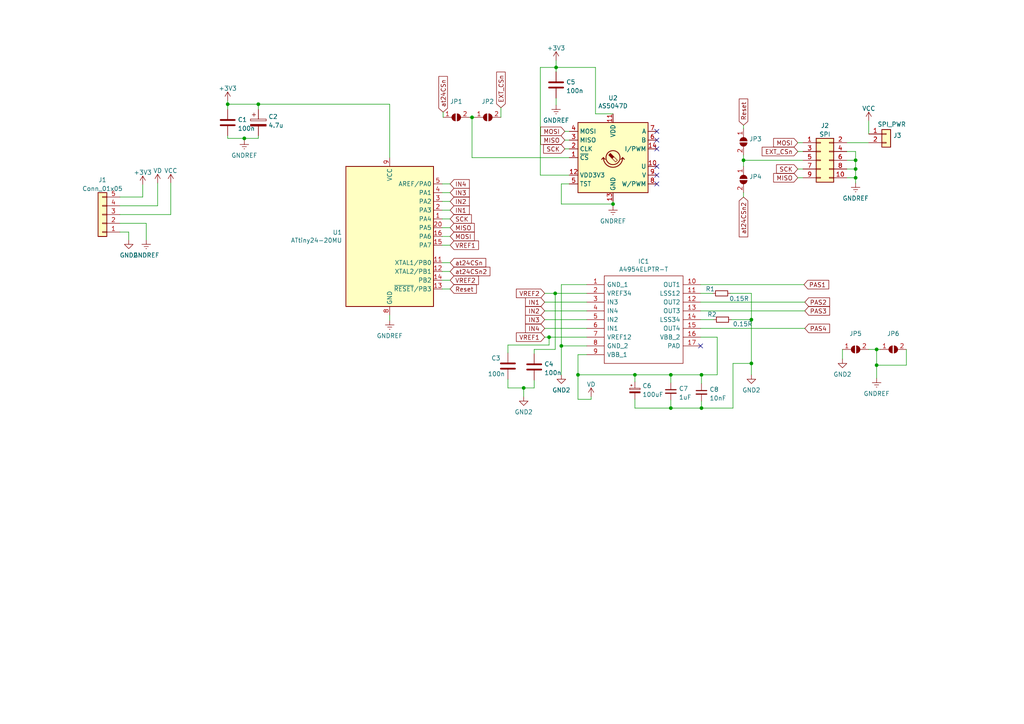
<source format=kicad_sch>
(kicad_sch (version 20211123) (generator eeschema)
  (paper "A4")
  (lib_symbols
    (symbol "Connector_Generic:Conn_01x02" (pin_names (offset 1.016) hide)
      (property "Reference" "J" (at 0 2.54 0))
      (property "Value" "Conn_01x02" (at 0 -5.08 0))
      (symbol "Conn_01x02_1_1"
        (rectangle (start -1.27 -2.413) (end 0 -2.667) (stroke (width 0.1524)))
        (rectangle (start -1.27 0.127) (end 0 -0.127) (stroke (width 0.1524)))
        (rectangle (start -1.27 1.27) (end 1.27 -3.81) (stroke (width 0.254)) (fill (type background)))
        (pin passive line (at -5.08 0 0) (length 3.81) (name "Pin_1") (number "1"))
        (pin passive line (at -5.08 -2.54 0) (length 3.81) (name "Pin_2") (number "2"))
      )
    )
    (symbol "Connector_Generic:Conn_01x05" (pin_names (offset 1.016) hide)
      (property "Reference" "J" (at 0 7.62 0))
      (property "Value" "Conn_01x05" (at 0 -7.62 0))
      (symbol "Conn_01x05_1_1"
        (rectangle (start -1.27 -4.953) (end 0 -5.207) (stroke (width 0.1524)))
        (rectangle (start -1.27 -2.413) (end 0 -2.667) (stroke (width 0.1524)))
        (rectangle (start -1.27 0.127) (end 0 -0.127) (stroke (width 0.1524)))
        (rectangle (start -1.27 2.667) (end 0 2.413) (stroke (width 0.1524)))
        (rectangle (start -1.27 5.207) (end 0 4.953) (stroke (width 0.1524)))
        (rectangle (start -1.27 6.35) (end 1.27 -6.35) (stroke (width 0.254)) (fill (type background)))
        (pin passive line (at -5.08 5.08 0) (length 3.81) (name "Pin_1") (number "1"))
        (pin passive line (at -5.08 2.54 0) (length 3.81) (name "Pin_2") (number "2"))
        (pin passive line (at -5.08 0 0) (length 3.81) (name "Pin_3") (number "3"))
        (pin passive line (at -5.08 -2.54 0) (length 3.81) (name "Pin_4") (number "4"))
        (pin passive line (at -5.08 -5.08 0) (length 3.81) (name "Pin_5") (number "5"))
      )
    )
    (symbol "Connector_Generic:Conn_02x05_Odd_Even" (pin_names (offset 1.016) hide)
      (property "Reference" "J" (at 1.27 7.62 0))
      (property "Value" "Conn_02x05_Odd_Even" (at 1.27 -7.62 0))
      (symbol "Conn_02x05_Odd_Even_1_1"
        (rectangle (start -1.27 -4.953) (end 0 -5.207) (stroke (width 0.1524)))
        (rectangle (start -1.27 -2.413) (end 0 -2.667) (stroke (width 0.1524)))
        (rectangle (start -1.27 0.127) (end 0 -0.127) (stroke (width 0.1524)))
        (rectangle (start -1.27 2.667) (end 0 2.413) (stroke (width 0.1524)))
        (rectangle (start -1.27 5.207) (end 0 4.953) (stroke (width 0.1524)))
        (rectangle (start -1.27 6.35) (end 3.81 -6.35) (stroke (width 0.254)) (fill (type background)))
        (rectangle (start 3.81 -4.953) (end 2.54 -5.207) (stroke (width 0.1524)))
        (rectangle (start 3.81 -2.413) (end 2.54 -2.667) (stroke (width 0.1524)))
        (rectangle (start 3.81 0.127) (end 2.54 -0.127) (stroke (width 0.1524)))
        (rectangle (start 3.81 2.667) (end 2.54 2.413) (stroke (width 0.1524)))
        (rectangle (start 3.81 5.207) (end 2.54 4.953) (stroke (width 0.1524)))
        (pin passive line (at -5.08 5.08 0) (length 3.81) (name "Pin_1") (number "1"))
        (pin passive line (at 7.62 -5.08 180) (length 3.81) (name "Pin_10") (number "10"))
        (pin passive line (at 7.62 5.08 180) (length 3.81) (name "Pin_2") (number "2"))
        (pin passive line (at -5.08 2.54 0) (length 3.81) (name "Pin_3") (number "3"))
        (pin passive line (at 7.62 2.54 180) (length 3.81) (name "Pin_4") (number "4"))
        (pin passive line (at -5.08 0 0) (length 3.81) (name "Pin_5") (number "5"))
        (pin passive line (at 7.62 0 180) (length 3.81) (name "Pin_6") (number "6"))
        (pin passive line (at -5.08 -2.54 0) (length 3.81) (name "Pin_7") (number "7"))
        (pin passive line (at 7.62 -2.54 180) (length 3.81) (name "Pin_8") (number "8"))
        (pin passive line (at -5.08 -5.08 0) (length 3.81) (name "Pin_9") (number "9"))
      )
    )
    (symbol "Device:C" (pin_numbers hide) (pin_names (offset 0.254))
      (property "Reference" "C" (at 0.635 2.54 0))
      (property "Value" "C" (at 0.635 -2.54 0))
      (symbol "C_0_1"
        (polyline (pts (xy -2.032 -0.762) (xy 2.032 -0.762)) (stroke (width 0.508)))
        (polyline (pts (xy -2.032 0.762) (xy 2.032 0.762)) (stroke (width 0.508)))
      )
      (symbol "C_1_1"
        (pin passive line (at 0 3.81 270) (length 2.794) (name "~") (number "1"))
        (pin passive line (at 0 -3.81 90) (length 2.794) (name "~") (number "2"))
      )
    )
    (symbol "Device:C_Polarized" (pin_numbers hide) (pin_names (offset 0.254))
      (property "Reference" "C" (at 0.635 2.54 0))
      (property "Value" "C_Polarized" (at 0.635 -2.54 0))
      (symbol "C_Polarized_0_1"
        (rectangle (start -2.286 0.508) (end 2.286 1.016))
        (polyline (pts (xy -1.778 2.286) (xy -0.762 2.286)))
        (polyline (pts (xy -1.27 2.794) (xy -1.27 1.778)))
        (rectangle (start 2.286 -0.508) (end -2.286 -1.016) (fill (type outline)))
      )
      (symbol "C_Polarized_1_1"
        (pin passive line (at 0 3.81 270) (length 2.794) (name "~") (number "1"))
        (pin passive line (at 0 -3.81 90) (length 2.794) (name "~") (number "2"))
      )
    )
    (symbol "Device:C_Polarized_Small" (pin_numbers hide) (pin_names (offset 0.254) hide)
      (property "Reference" "C" (at 0.254 1.778 0))
      (property "Value" "C_Polarized_Small" (at 0.254 -2.032 0))
      (symbol "C_Polarized_Small_0_1"
        (rectangle (start -1.524 -0.3048) (end 1.524 -0.6858) (fill (type outline)))
        (rectangle (start -1.524 0.6858) (end 1.524 0.3048))
        (polyline (pts (xy -1.27 1.524) (xy -0.762 1.524)))
        (polyline (pts (xy -1.016 1.27) (xy -1.016 1.778)))
      )
      (symbol "C_Polarized_Small_1_1"
        (pin passive line (at 0 2.54 270) (length 1.8542) (name "~") (number "1"))
        (pin passive line (at 0 -2.54 90) (length 1.8542) (name "~") (number "2"))
      )
    )
    (symbol "Device:C_Small" (pin_numbers hide) (pin_names (offset 0.254) hide)
      (property "Reference" "C" (at 0.254 1.778 0))
      (property "Value" "C_Small" (at 0.254 -2.032 0))
      (symbol "C_Small_0_1"
        (polyline (pts (xy -1.524 -0.508) (xy 1.524 -0.508)) (stroke (width 0.3302)))
        (polyline (pts (xy -1.524 0.508) (xy 1.524 0.508)) (stroke (width 0.3048)))
      )
      (symbol "C_Small_1_1"
        (pin passive line (at 0 2.54 270) (length 2.032) (name "~") (number "1"))
        (pin passive line (at 0 -2.54 90) (length 2.032) (name "~") (number "2"))
      )
    )
    (symbol "Device:R_Small" (pin_numbers hide) (pin_names (offset 0.254) hide)
      (property "Reference" "R" (at 0.762 0.508 0))
      (property "Value" "R_Small" (at 0.762 -1.016 0))
      (symbol "R_Small_0_1"
        (rectangle (start -0.762 1.778) (end 0.762 -1.778) (stroke (width 0.2032)))
      )
      (symbol "R_Small_1_1"
        (pin passive line (at 0 2.54 270) (length 0.762) (name "~") (number "1"))
        (pin passive line (at 0 -2.54 90) (length 0.762) (name "~") (number "2"))
      )
    )
    (symbol "Jumper:SolderJumper_2_Open" (pin_names (offset 0) hide)
      (property "Reference" "JP" (at 0 2.032 0))
      (property "Value" "SolderJumper_2_Open" (at 0 -2.54 0))
      (symbol "SolderJumper_2_Open_0_1"
        (arc (start -0.254 1.016) (mid -1.27 0) (end -0.254 -1.016))
        (arc (start -0.254 1.016) (mid -1.27 0) (end -0.254 -1.016) (fill (type outline)))
        (polyline (pts (xy -0.254 1.016) (xy -0.254 -1.016)))
        (polyline (pts (xy 0.254 1.016) (xy 0.254 -1.016)))
        (arc (start 0.254 -1.016) (mid 1.27 0) (end 0.254 1.016))
        (arc (start 0.254 -1.016) (mid 1.27 0) (end 0.254 1.016) (fill (type outline)))
      )
      (symbol "SolderJumper_2_Open_1_1"
        (pin passive line (at -3.81 0 0) (length 2.54) (name "A") (number "1"))
        (pin passive line (at 3.81 0 180) (length 2.54) (name "B") (number "2"))
      )
    )
    (symbol "Mechaduino-planzero-rescue:A4954ELPTR-T-a4954" (pin_names (offset 0.762))
      (property "Reference" "IC" (at 29.21 7.62 0))
      (property "Value" "A4954ELPTR-T-a4954" (at 29.21 5.08 0))
      (symbol "A4954ELPTR-T-a4954_0_0"
        (pin passive line (at 0 0 0) (length 5.08) (name "GND_1") (number "1"))
        (pin passive line (at 33.02 0 180) (length 5.08) (name "OUT1") (number "10"))
        (pin passive line (at 33.02 -2.54 180) (length 5.08) (name "LSS12") (number "11"))
        (pin passive line (at 33.02 -5.08 180) (length 5.08) (name "OUT2") (number "12"))
        (pin passive line (at 33.02 -7.62 180) (length 5.08) (name "OUT3") (number "13"))
        (pin passive line (at 33.02 -10.16 180) (length 5.08) (name "LSS34") (number "14"))
        (pin passive line (at 33.02 -12.7 180) (length 5.08) (name "OUT4") (number "15"))
        (pin passive line (at 33.02 -15.24 180) (length 5.08) (name "VBB_2") (number "16"))
        (pin passive line (at 33.02 -17.78 180) (length 5.08) (name "PAD") (number "17"))
        (pin passive line (at 0 -2.54 0) (length 5.08) (name "VREF34") (number "2"))
        (pin passive line (at 0 -5.08 0) (length 5.08) (name "IN3") (number "3"))
        (pin passive line (at 0 -7.62 0) (length 5.08) (name "IN4") (number "4"))
        (pin passive line (at 0 -10.16 0) (length 5.08) (name "IN2") (number "5"))
        (pin passive line (at 0 -12.7 0) (length 5.08) (name "IN1") (number "6"))
        (pin passive line (at 0 -15.24 0) (length 5.08) (name "VREF12") (number "7"))
        (pin passive line (at 0 -17.78 0) (length 5.08) (name "GND_2") (number "8"))
        (pin passive line (at 0 -20.32 0) (length 5.08) (name "VBB_1") (number "9"))
      )
      (symbol "A4954ELPTR-T-a4954_0_1"
        (polyline (pts (xy 5.08 2.54) (xy 27.94 2.54) (xy 27.94 -22.86) (xy 5.08 -22.86) (xy 5.08 2.54)) (stroke (width 0.1524)))
      )
    )
    (symbol "Mechaduino-planzero-rescue:ATtiny24-20MU-MCU_Microchip_ATtiny"
      (property "Reference" "U" (at -12.7 21.59 0))
      (property "Value" "ATtiny24-20MU-MCU_Microchip_ATtiny" (at 2.54 -21.59 0))
      (symbol "ATtiny24-20MU-MCU_Microchip_ATtiny_0_1"
        (rectangle (start -12.7 -20.32) (end 12.7 20.32) (stroke (width 0.254)) (fill (type background)))
      )
      (symbol "ATtiny24-20MU-MCU_Microchip_ATtiny_1_1"
        (pin bidirectional line (at 15.24 5.08 180) (length 2.54) (name "PA4") (number "1"))
        (pin no_connect line (at -12.7 -10.16 0) (length 2.54) hide (name "NC") (number "10"))
        (pin bidirectional line (at 15.24 -7.62 180) (length 2.54) (name "XTAL1/PB0") (number "11"))
        (pin bidirectional line (at 15.24 -10.16 180) (length 2.54) (name "XTAL2/PB1") (number "12"))
        (pin bidirectional line (at 15.24 -15.24 180) (length 2.54) (name "~{RESET}/PB3") (number "13"))
        (pin bidirectional line (at 15.24 -12.7 180) (length 2.54) (name "PB2") (number "14"))
        (pin bidirectional line (at 15.24 -2.54 180) (length 2.54) (name "PA7") (number "15"))
        (pin bidirectional line (at 15.24 0 180) (length 2.54) (name "PA6") (number "16"))
        (pin no_connect line (at -12.7 -12.7 0) (length 2.54) hide (name "NC") (number "17"))
        (pin no_connect line (at -12.7 -15.24 0) (length 2.54) hide (name "NC") (number "18"))
        (pin no_connect line (at -12.7 -17.78 0) (length 2.54) hide (name "NC") (number "19"))
        (pin bidirectional line (at 15.24 7.62 180) (length 2.54) (name "PA3") (number "2"))
        (pin bidirectional line (at 15.24 2.54 180) (length 2.54) (name "PA5") (number "20"))
        (pin passive line (at 0 -22.86 90) (length 2.54) hide (name "GND") (number "21"))
        (pin bidirectional line (at 15.24 10.16 180) (length 2.54) (name "PA2") (number "3"))
        (pin bidirectional line (at 15.24 12.7 180) (length 2.54) (name "PA1") (number "4"))
        (pin bidirectional line (at 15.24 15.24 180) (length 2.54) (name "AREF/PA0") (number "5"))
        (pin no_connect line (at -12.7 -5.08 0) (length 2.54) hide (name "NC") (number "6"))
        (pin no_connect line (at -12.7 -7.62 0) (length 2.54) hide (name "NC") (number "7"))
        (pin power_in line (at 0 -22.86 90) (length 2.54) (name "GND") (number "8"))
        (pin power_in line (at 0 22.86 270) (length 2.54) (name "VCC") (number "9"))
      )
    )
    (symbol "Sensor_Magnetic:AS5047D"
      (property "Reference" "U" (at -8.89 11.43 0))
      (property "Value" "AS5047D" (at 5.08 11.43 0))
      (symbol "AS5047D_1_1"
        (rectangle (start -10.16 10.16) (end 10.16 -10.16) (stroke (width 0.254)) (fill (type background)))
        (arc (start -2.794 0) (mid 0 -2.794) (end 2.794 0) (stroke (width 0.254)))
        (polyline (pts (xy -2.794 0) (xy -3.302 -0.508)) (stroke (width 0.254)))
        (polyline (pts (xy -2.794 0) (xy -2.286 -0.508)) (stroke (width 0.254)))
        (polyline (pts (xy 2.794 0) (xy 2.286 -0.508)) (stroke (width 0.254)))
        (polyline (pts (xy 2.794 0) (xy 3.302 -0.508)) (stroke (width 0.254)))
        (polyline (pts (xy 0.254 0.254) (xy 1.27 -0.762) (xy 0.762 -1.27) (xy -0.254 -0.254)))
        (polyline (pts (xy -0.762 1.27) (xy 0.254 0.254) (xy -0.254 -0.254) (xy -1.27 0.762) (xy -1.016 1.016) (xy -0.762 1.27) (xy -0.635 1.143)) (fill (type outline)))
        (circle (center 0 0) (radius 2.032) (stroke (width 0.254)))
        (pin input line (at -12.7 0 0) (length 2.54) (name "~{CS}") (number "1"))
        (pin output line (at 12.7 -2.54 180) (length 2.54) (name "U") (number "10"))
        (pin power_in line (at 0 12.7 270) (length 2.54) (name "VDD") (number "11"))
        (pin power_out line (at -12.7 -5.08 0) (length 2.54) (name "VDD3V3") (number "12"))
        (pin power_in line (at 0 -12.7 90) (length 2.54) (name "GND") (number "13"))
        (pin output line (at 12.7 2.54 180) (length 2.54) (name "I/PWM") (number "14"))
        (pin input line (at -12.7 2.54 0) (length 2.54) (name "CLK") (number "2"))
        (pin output line (at -12.7 5.08 0) (length 2.54) (name "MISO") (number "3"))
        (pin input line (at -12.7 7.62 0) (length 2.54) (name "MOSI") (number "4"))
        (pin input line (at -12.7 -7.62 0) (length 2.54) (name "TST") (number "5"))
        (pin output line (at 12.7 5.08 180) (length 2.54) (name "B") (number "6"))
        (pin output line (at 12.7 7.62 180) (length 2.54) (name "A") (number "7"))
        (pin output line (at 12.7 -7.62 180) (length 2.54) (name "W/PWM") (number "8"))
        (pin output line (at 12.7 -5.08 180) (length 2.54) (name "V") (number "9"))
      )
    )
    (symbol "power:+3.3V" (power) (pin_names (offset 0))
      (property "Value" "+3.3V" (at 0 3.556 0))
      (symbol "+3.3V_0_1"
        (polyline (pts (xy -0.762 1.27) (xy 0 2.54)))
        (polyline (pts (xy 0 0) (xy 0 2.54)))
        (polyline (pts (xy 0 2.54) (xy 0.762 1.27)))
      )
      (symbol "+3.3V_1_1"
        (pin power_in line (at 0 0 90) (length 0) hide (name "+3V3") (number "1"))
      )
    )
    (symbol "power:GND2" (power) (pin_names (offset 0))
      (property "Value" "GND2" (at 0 -3.81 0))
      (symbol "GND2_0_1"
        (polyline (pts (xy 0 0) (xy 0 -1.27) (xy 1.27 -1.27) (xy 0 -2.54) (xy -1.27 -1.27) (xy 0 -1.27)))
      )
      (symbol "GND2_1_1"
        (pin power_in line (at 0 0 270) (length 0) hide (name "GND2") (number "1"))
      )
    )
    (symbol "power:GNDREF" (power) (pin_names (offset 0))
      (property "Value" "GNDREF" (at 0 -3.81 0))
      (symbol "GNDREF_0_1"
        (polyline (pts (xy -0.635 -1.905) (xy 0.635 -1.905)))
        (polyline (pts (xy -0.127 -2.54) (xy 0.127 -2.54)))
        (polyline (pts (xy 0 -1.27) (xy 0 0)))
        (polyline (pts (xy 1.27 -1.27) (xy -1.27 -1.27)))
      )
      (symbol "GNDREF_1_1"
        (pin power_in line (at 0 0 270) (length 0) hide (name "GNDREF") (number "1"))
      )
    )
    (symbol "power:VCC" (power) (pin_names (offset 0))
      (property "Value" "VCC" (at 0 3.81 0))
      (symbol "VCC_0_1"
        (polyline (pts (xy -0.762 1.27) (xy 0 2.54)))
        (polyline (pts (xy 0 0) (xy 0 2.54)))
        (polyline (pts (xy 0 2.54) (xy 0.762 1.27)))
      )
      (symbol "VCC_1_1"
        (pin power_in line (at 0 0 90) (length 0) hide (name "VCC") (number "1"))
      )
    )
    (symbol "power:VD" (power) (pin_names (offset 0))
      (property "Value" "VD" (at 0 3.81 0))
      (symbol "VD_0_1"
        (polyline (pts (xy -0.762 1.27) (xy 0 2.54)))
        (polyline (pts (xy 0 0) (xy 0 2.54)))
        (polyline (pts (xy 0 2.54) (xy 0.762 1.27)))
      )
      (symbol "VD_1_1"
        (pin power_in line (at 0 0 90) (length 0) hide (name "VD") (number "1"))
      )
    )
  )
  (junction (at 217.932 92.71))
  (junction (at 248.158 51.562))
  (junction (at 184.15 108.712))
  (junction (at 215.646 46.482))
  (junction (at 254.254 101.346))
  (junction (at 194.564 108.712))
  (junction (at 162.814 100.33))
  (junction (at 66.04 30.226))
  (junction (at 248.158 49.022))
  (junction (at 161.29 19.558))
  (junction (at 167.64 108.712))
  (junction (at 161.036 85.09))
  (junction (at 254.254 105.918))
  (junction (at 203.454 118.364))
  (junction (at 203.454 108.712))
  (junction (at 177.8 59.182))
  (junction (at 136.906 34.036))
  (junction (at 217.932 105.41))
  (junction (at 159.258 97.79))
  (junction (at 151.892 112.522))
  (junction (at 74.93 30.226))
  (junction (at 248.158 46.482))
  (junction (at 194.564 118.364))
  (junction (at 70.866 40.132))
  (no_connect (at 203.2 100.33))
  (no_connect (at 190.5 53.34))
  (no_connect (at 190.5 50.8))
  (no_connect (at 190.5 48.26))
  (no_connect (at 190.5 43.18))
  (no_connect (at 190.5 40.64))
  (no_connect (at 190.5 38.1))
  (wire (pts (xy 163.83 43.18) (xy 165.1 43.18)))
  (wire (pts (xy 184.15 118.364) (xy 194.564 118.364)))
  (wire (pts (xy 248.158 43.942) (xy 248.158 46.482)))
  (wire (pts (xy 156.718 50.8) (xy 156.718 19.558)))
  (wire (pts (xy 251.968 101.346) (xy 254.254 101.346)))
  (wire (pts (xy 147.32 109.982) (xy 147.32 112.522)))
  (wire (pts (xy 128.27 63.5) (xy 130.556 63.5)))
  (wire (pts (xy 74.93 40.132) (xy 74.93 39.37)))
  (wire (pts (xy 113.03 30.226) (xy 74.93 30.226)))
  (wire (pts (xy 212.09 92.71) (xy 217.932 92.71)))
  (wire (pts (xy 203.2 82.55) (xy 233.172 82.55)))
  (wire (pts (xy 171.45 115.824) (xy 171.45 115.062)))
  (wire (pts (xy 157.988 90.17) (xy 170.18 90.17)))
  (wire (pts (xy 165.1 50.8) (xy 156.718 50.8)))
  (wire (pts (xy 154.94 110.236) (xy 154.94 112.522)))
  (wire (pts (xy 70.866 40.132) (xy 70.866 40.64)))
  (wire (pts (xy 147.32 100.076) (xy 147.32 102.362)))
  (wire (pts (xy 262.89 101.346) (xy 262.89 105.918)))
  (wire (pts (xy 248.158 51.562) (xy 248.158 53.086)))
  (wire (pts (xy 162.814 100.33) (xy 162.814 108.712)))
  (wire (pts (xy 113.03 91.44) (xy 113.03 92.964)))
  (wire (pts (xy 34.798 67.31) (xy 37.338 67.31)))
  (wire (pts (xy 184.15 115.824) (xy 184.15 118.364)))
  (wire (pts (xy 245.618 41.402) (xy 251.968 41.402)))
  (wire (pts (xy 203.454 118.364) (xy 212.598 118.364)))
  (wire (pts (xy 203.454 116.332) (xy 203.454 118.364)))
  (wire (pts (xy 177.8 33.02) (xy 172.72 33.02)))
  (wire (pts (xy 66.04 30.226) (xy 66.04 31.75)))
  (wire (pts (xy 157.988 97.79) (xy 159.258 97.79)))
  (wire (pts (xy 66.04 29.21) (xy 66.04 30.226)))
  (wire (pts (xy 215.646 44.958) (xy 215.646 46.482)))
  (wire (pts (xy 254.254 105.918) (xy 254.254 109.728)))
  (wire (pts (xy 136.906 34.036) (xy 137.668 34.036)))
  (wire (pts (xy 203.454 108.712) (xy 194.564 108.712)))
  (wire (pts (xy 194.564 116.078) (xy 194.564 118.364)))
  (wire (pts (xy 215.646 36.322) (xy 215.646 37.338)))
  (wire (pts (xy 37.338 67.31) (xy 37.338 69.596)))
  (wire (pts (xy 248.158 49.022) (xy 248.158 51.562)))
  (wire (pts (xy 217.932 105.41) (xy 217.932 108.712)))
  (wire (pts (xy 157.988 92.71) (xy 170.18 92.71)))
  (wire (pts (xy 215.646 55.88) (xy 215.646 57.15)))
  (wire (pts (xy 167.64 108.712) (xy 167.64 102.87)))
  (wire (pts (xy 167.64 115.824) (xy 171.45 115.824)))
  (wire (pts (xy 212.598 105.41) (xy 217.932 105.41)))
  (wire (pts (xy 113.03 45.72) (xy 113.03 30.226)))
  (wire (pts (xy 162.814 59.182) (xy 177.8 59.182)))
  (wire (pts (xy 161.036 85.09) (xy 170.18 85.09)))
  (wire (pts (xy 217.932 85.09) (xy 217.932 92.71)))
  (wire (pts (xy 74.93 31.75) (xy 74.93 30.226)))
  (wire (pts (xy 211.836 85.09) (xy 217.932 85.09)))
  (wire (pts (xy 34.798 64.77) (xy 42.418 64.77)))
  (wire (pts (xy 167.64 115.824) (xy 167.64 108.712)))
  (wire (pts (xy 244.348 101.346) (xy 244.348 104.14)))
  (wire (pts (xy 254.254 101.346) (xy 255.27 101.346)))
  (wire (pts (xy 231.394 41.402) (xy 232.918 41.402)))
  (wire (pts (xy 136.906 45.72) (xy 136.906 34.036)))
  (wire (pts (xy 157.988 95.25) (xy 170.18 95.25)))
  (wire (pts (xy 128.27 66.04) (xy 130.556 66.04)))
  (wire (pts (xy 215.646 46.482) (xy 215.646 48.26)))
  (wire (pts (xy 165.1 53.34) (xy 162.814 53.34)))
  (wire (pts (xy 245.618 51.562) (xy 248.158 51.562)))
  (wire (pts (xy 128.27 58.42) (xy 130.556 58.42)))
  (wire (pts (xy 203.2 95.25) (xy 233.426 95.25)))
  (wire (pts (xy 128.524 32.512) (xy 128.524 34.036)))
  (wire (pts (xy 203.2 87.63) (xy 233.426 87.63)))
  (wire (pts (xy 161.036 85.09) (xy 161.036 101.346)))
  (wire (pts (xy 177.8 58.42) (xy 177.8 59.182)))
  (wire (pts (xy 159.258 97.79) (xy 170.18 97.79)))
  (wire (pts (xy 128.27 76.2) (xy 130.556 76.2)))
  (wire (pts (xy 161.29 19.558) (xy 161.29 20.828)))
  (wire (pts (xy 128.27 78.74) (xy 130.556 78.74)))
  (wire (pts (xy 128.27 81.28) (xy 130.556 81.28)))
  (wire (pts (xy 154.94 101.346) (xy 161.036 101.346)))
  (wire (pts (xy 66.04 40.132) (xy 70.866 40.132)))
  (wire (pts (xy 128.27 60.96) (xy 130.556 60.96)))
  (wire (pts (xy 34.798 62.23) (xy 49.53 62.23)))
  (wire (pts (xy 147.32 100.076) (xy 159.258 100.076)))
  (wire (pts (xy 154.94 112.522) (xy 151.892 112.522)))
  (wire (pts (xy 161.29 17.526) (xy 161.29 19.558)))
  (wire (pts (xy 208.026 97.79) (xy 208.026 108.712)))
  (wire (pts (xy 34.798 57.15) (xy 41.402 57.15)))
  (wire (pts (xy 245.618 43.942) (xy 248.158 43.942)))
  (wire (pts (xy 128.27 68.58) (xy 130.556 68.58)))
  (wire (pts (xy 184.15 108.712) (xy 184.15 110.744)))
  (wire (pts (xy 147.32 112.522) (xy 151.892 112.522)))
  (wire (pts (xy 136.144 34.036) (xy 136.906 34.036)))
  (wire (pts (xy 172.72 19.558) (xy 161.29 19.558)))
  (wire (pts (xy 167.64 102.87) (xy 170.18 102.87)))
  (wire (pts (xy 215.646 46.482) (xy 232.918 46.482)))
  (wire (pts (xy 231.394 43.942) (xy 232.918 43.942)))
  (wire (pts (xy 217.932 92.71) (xy 217.932 105.41)))
  (wire (pts (xy 42.418 64.77) (xy 42.418 69.596)))
  (wire (pts (xy 254.254 101.346) (xy 254.254 105.918)))
  (wire (pts (xy 66.04 39.37) (xy 66.04 40.132)))
  (wire (pts (xy 231.394 51.562) (xy 232.918 51.562)))
  (wire (pts (xy 128.27 71.12) (xy 130.556 71.12)))
  (wire (pts (xy 154.94 102.616) (xy 154.94 101.346)))
  (wire (pts (xy 262.89 105.918) (xy 254.254 105.918)))
  (wire (pts (xy 245.618 49.022) (xy 248.158 49.022)))
  (wire (pts (xy 194.564 108.712) (xy 194.564 110.998)))
  (wire (pts (xy 212.598 118.364) (xy 212.598 105.41)))
  (wire (pts (xy 157.988 85.09) (xy 161.036 85.09)))
  (wire (pts (xy 172.72 33.02) (xy 172.72 19.558)))
  (wire (pts (xy 162.814 82.55) (xy 162.814 100.33)))
  (wire (pts (xy 251.968 35.052) (xy 251.968 38.862)))
  (wire (pts (xy 248.158 46.482) (xy 248.158 49.022)))
  (wire (pts (xy 194.564 118.364) (xy 203.454 118.364)))
  (wire (pts (xy 194.564 108.712) (xy 184.15 108.712)))
  (wire (pts (xy 161.29 28.448) (xy 161.29 30.48)))
  (wire (pts (xy 157.988 87.63) (xy 170.18 87.63)))
  (wire (pts (xy 159.258 97.79) (xy 159.258 100.076)))
  (wire (pts (xy 74.93 30.226) (xy 66.04 30.226)))
  (wire (pts (xy 163.83 40.64) (xy 165.1 40.64)))
  (wire (pts (xy 203.2 90.17) (xy 233.426 90.17)))
  (wire (pts (xy 128.27 83.82) (xy 130.556 83.82)))
  (wire (pts (xy 177.8 59.182) (xy 177.8 59.69)))
  (wire (pts (xy 184.15 108.712) (xy 167.64 108.712)))
  (wire (pts (xy 128.27 53.34) (xy 130.556 53.34)))
  (wire (pts (xy 203.2 97.79) (xy 208.026 97.79)))
  (wire (pts (xy 162.814 53.34) (xy 162.814 59.182)))
  (wire (pts (xy 203.2 92.71) (xy 207.01 92.71)))
  (wire (pts (xy 245.618 46.482) (xy 248.158 46.482)))
  (wire (pts (xy 163.83 38.1) (xy 165.1 38.1)))
  (wire (pts (xy 128.27 55.88) (xy 130.556 55.88)))
  (wire (pts (xy 70.866 40.132) (xy 74.93 40.132)))
  (wire (pts (xy 162.814 100.33) (xy 170.18 100.33)))
  (wire (pts (xy 45.72 59.69) (xy 45.72 53.086)))
  (wire (pts (xy 165.1 45.72) (xy 136.906 45.72)))
  (wire (pts (xy 151.892 112.522) (xy 151.892 115.062)))
  (wire (pts (xy 203.2 85.09) (xy 206.756 85.09)))
  (wire (pts (xy 170.18 82.55) (xy 162.814 82.55)))
  (wire (pts (xy 208.026 108.712) (xy 203.454 108.712)))
  (wire (pts (xy 145.288 31.242) (xy 145.288 34.036)))
  (wire (pts (xy 49.53 62.23) (xy 49.53 53.086)))
  (wire (pts (xy 41.402 57.15) (xy 41.402 53.594)))
  (wire (pts (xy 156.718 19.558) (xy 161.29 19.558)))
  (wire (pts (xy 231.394 49.022) (xy 232.918 49.022)))
  (wire (pts (xy 203.454 108.712) (xy 203.454 111.252)))
  (wire (pts (xy 34.798 59.69) (xy 45.72 59.69)))
  (global_label "SCK" (shape input) (at 231.394 49.022 180) (property "Intersheet References" "${INTERSHEET_REFS}" (effects hide)))
  (global_label "PAS4" (shape input) (at 233.426 95.25 0) (property "Intersheet References" "${INTERSHEET_REFS}" (effects hide)))
  (global_label "IN1" (shape input) (at 130.556 60.96 0) (property "Intersheet References" "${INTERSHEET_REFS}" (effects hide)))
  (global_label "at24CSn2" (shape input) (at 215.646 57.15 270) (property "Intersheet References" "${INTERSHEET_REFS}" (effects hide)))
  (global_label "VREF1" (shape input) (at 130.556 71.12 0) (property "Intersheet References" "${INTERSHEET_REFS}" (effects hide)))
  (global_label "MOSI" (shape input) (at 130.556 68.58 0) (property "Intersheet References" "${INTERSHEET_REFS}" (effects hide)))
  (global_label "VREF2" (shape input) (at 157.988 85.09 180) (property "Intersheet References" "${INTERSHEET_REFS}" (effects hide)))
  (global_label "Reset" (shape input) (at 130.556 83.82 0) (property "Intersheet References" "${INTERSHEET_REFS}" (effects hide)))
  (global_label "MOSI" (shape input) (at 231.394 41.402 180) (property "Intersheet References" "${INTERSHEET_REFS}" (effects hide)))
  (global_label "PAS1" (shape input) (at 233.172 82.55 0) (property "Intersheet References" "${INTERSHEET_REFS}" (effects hide)))
  (global_label "IN3" (shape input) (at 157.988 92.71 180) (property "Intersheet References" "${INTERSHEET_REFS}" (effects hide)))
  (global_label "EXT_CSn" (shape input) (at 145.288 31.242 90) (property "Intersheet References" "${INTERSHEET_REFS}" (effects hide)))
  (global_label "PAS3" (shape input) (at 233.426 90.17 0) (property "Intersheet References" "${INTERSHEET_REFS}" (effects hide)))
  (global_label "SCK" (shape input) (at 163.83 43.18 180) (property "Intersheet References" "${INTERSHEET_REFS}" (effects hide)))
  (global_label "IN2" (shape input) (at 130.556 58.42 0) (property "Intersheet References" "${INTERSHEET_REFS}" (effects hide)))
  (global_label "MISO" (shape input) (at 163.83 40.64 180) (property "Intersheet References" "${INTERSHEET_REFS}" (effects hide)))
  (global_label "PAS2" (shape input) (at 233.426 87.63 0) (property "Intersheet References" "${INTERSHEET_REFS}" (effects hide)))
  (global_label "MOSI" (shape input) (at 163.83 38.1 180) (property "Intersheet References" "${INTERSHEET_REFS}" (effects hide)))
  (global_label "Reset" (shape input) (at 215.646 36.322 90) (property "Intersheet References" "${INTERSHEET_REFS}" (effects hide)))
  (global_label "IN2" (shape input) (at 157.988 90.17 180) (property "Intersheet References" "${INTERSHEET_REFS}" (effects hide)))
  (global_label "MISO" (shape input) (at 130.556 66.04 0) (property "Intersheet References" "${INTERSHEET_REFS}" (effects hide)))
  (global_label "IN4" (shape input) (at 130.556 53.34 0) (property "Intersheet References" "${INTERSHEET_REFS}" (effects hide)))
  (global_label "MISO" (shape input) (at 231.394 51.562 180) (property "Intersheet References" "${INTERSHEET_REFS}" (effects hide)))
  (global_label "SCK" (shape input) (at 130.556 63.5 0) (property "Intersheet References" "${INTERSHEET_REFS}" (effects hide)))
  (global_label "at24CSn" (shape input) (at 128.524 32.512 90) (property "Intersheet References" "${INTERSHEET_REFS}" (effects hide)))
  (global_label "EXT_CSn" (shape input) (at 231.394 43.942 180) (property "Intersheet References" "${INTERSHEET_REFS}" (effects hide)))
  (global_label "at24CSn" (shape input) (at 130.556 76.2 0) (property "Intersheet References" "${INTERSHEET_REFS}" (effects hide)))
  (global_label "at24CSn2" (shape input) (at 130.556 78.74 0) (property "Intersheet References" "${INTERSHEET_REFS}" (effects hide)))
  (global_label "VREF2" (shape input) (at 130.556 81.28 0) (property "Intersheet References" "${INTERSHEET_REFS}" (effects hide)))
  (global_label "IN3" (shape input) (at 130.556 55.88 0) (property "Intersheet References" "${INTERSHEET_REFS}" (effects hide)))
  (global_label "VREF1" (shape input) (at 157.988 97.79 180) (property "Intersheet References" "${INTERSHEET_REFS}" (effects hide)))
  (global_label "IN1" (shape input) (at 157.988 87.63 180) (property "Intersheet References" "${INTERSHEET_REFS}" (effects hide)))
  (global_label "IN4" (shape input) (at 157.988 95.25 180) (property "Intersheet References" "${INTERSHEET_REFS}" (effects hide)))
  (symbol (lib_id "Mechaduino-planzero-rescue:A4954ELPTR-T-a4954") (at 170.18 82.55 0) (unit 1)
    (property "Reference" "IC1" (at 186.69 75.819 0))
    (property "Value" "A4954ELPTR-T" (at 186.69 78.1304 0))
    (property "Footprint" "A2550KLPTRT" (effects hide))
    (property "Datasheet" "https://datasheet.datasheetarchive.com/originals/distributors/Datasheets-DGA5/485249.pdf" (effects hide))
    (property "Description" "Dual DMOS Full Bridge Motor Driver" (effects hide))
    (property "Height" "1.2" (effects hide))
    (property "Manufacturer_Name" "Allegro Microsystems" (effects hide))
    (property "Manufacturer_Part_Number" "A4954ELPTR-T" (effects hide))
    (property "Arrow Part Number" "A4954ELPTR-T" (effects hide))
    (property "Arrow Price/Stock" "https://www.arrow.com/en/products/a4954elptr-t/allegro-microsystems" (effects hide))
  )
  (symbol (lib_id "Mechaduino-planzero-rescue:ATtiny24-20MU-MCU_Microchip_ATtiny") (at 113.03 68.58 0) (unit 1)
    (property "Reference" "U1" (at 99.2378 67.4116 0) (effects (justify right)))
    (property "Value" "ATtiny24-20MU" (at 99.2378 69.723 0) (effects (justify right)))
    (property "Footprint" "Package_DFN_QFN:QFN-20-1EP_4x4mm_P0.5mm_EP2.6x2.6mm" (effects hide))
    (property "Datasheet" "http://ww1.microchip.com/downloads/en/DeviceDoc/doc8006.pdf" (effects hide))
  )
  (symbol (lib_id "Sensor_Magnetic:AS5047D") (at 177.8 45.72 0) (unit 1)
    (property "Reference" "U2" (at 177.8 28.4226 0))
    (property "Value" "AS5047D" (at 177.8 30.734 0))
    (property "Footprint" "Package_SO:TSSOP-14_4.4x5mm_P0.65mm" (effects hide))
    (property "Datasheet" "https://ams.com/documents/20143/36005/AS5047D_DS000394_2-00.pdf" (effects hide))
  )
  (symbol (lib_id "power:VCC") (at 49.53 53.086 0) (unit 1)
    (property "Reference" "#PWR0111" (effects hide))
    (property "Value" "VCC" (at 49.53 49.5102 0))
  )
  (symbol (lib_id "Device:C_Polarized") (at 74.93 35.56 0) (unit 1)
    (property "Reference" "C2" (at 77.851 33.8363 0) (effects (justify left)))
    (property "Value" "4.7u" (at 77.851 36.3732 0) (effects (justify left)))
  )
  (symbol (lib_id "Device:C") (at 154.94 106.426 0) (unit 1)
    (property "Reference" "C4" (at 157.861 105.5913 0) (effects (justify left)))
    (property "Value" "100n" (at 157.861 108.1282 0) (effects (justify left)))
  )
  (symbol (lib_id "Jumper:SolderJumper_2_Open") (at 259.08 101.346 0) (unit 1)
    (property "Reference" "JP6" (at 259.08 96.7572 0))
    (property "Value" " " (at 259.08 99.2941 0))
  )
  (symbol (lib_id "Jumper:SolderJumper_2_Open") (at 248.158 101.346 0) (unit 1)
    (property "Reference" "JP5" (at 248.158 96.7572 0))
    (property "Value" " " (at 248.158 99.2941 0))
  )
  (symbol (lib_id "Jumper:SolderJumper_2_Open") (at 215.646 41.148 270) (unit 1)
    (property "Reference" "JP3" (at 217.297 40.3133 90) (effects (justify left)))
    (property "Value" " " (at 217.297 42.8502 90) (effects (justify left)))
  )
  (symbol (lib_id "power:GND2") (at 151.892 115.062 0) (unit 1)
    (property "Reference" "#PWR0104" (effects hide))
    (property "Value" "GND2" (at 151.892 119.5054 0))
  )
  (symbol (lib_id "power:VD") (at 171.45 115.062 0) (unit 1)
    (property "Reference" "#PWR0103" (effects hide))
    (property "Value" "VD" (at 171.45 111.4862 0))
  )
  (symbol (lib_id "power:GNDREF") (at 254.254 109.728 0) (unit 1)
    (property "Reference" "#PWR0105" (effects hide))
    (property "Value" "GNDREF" (at 254.254 114.1714 0))
  )
  (symbol (lib_id "Jumper:SolderJumper_2_Open") (at 132.334 34.036 0) (unit 1)
    (property "Reference" "JP1" (at 132.334 29.4472 0))
    (property "Value" " " (at 132.334 31.9841 0))
  )
  (symbol (lib_id "power:GNDREF") (at 248.158 53.086 0) (unit 1)
    (property "Reference" "#PWR0116" (effects hide))
    (property "Value" "GNDREF" (at 248.158 57.5294 0))
  )
  (symbol (lib_id "power:+3.3V") (at 41.402 53.594 0) (unit 1)
    (property "Reference" "#PWR0112" (effects hide))
    (property "Value" "+3.3V" (at 41.402 50.0182 0))
  )
  (symbol (lib_id "power:GNDREF") (at 177.8 59.69 0) (unit 1)
    (property "Reference" "#PWR0115" (effects hide))
    (property "Value" "GNDREF" (at 177.8 64.1334 0))
  )
  (symbol (lib_id "power:GNDREF") (at 113.03 92.964 0) (unit 1)
    (property "Reference" "#PWR0102" (effects hide))
    (property "Value" "GNDREF" (at 113.03 97.4074 0))
  )
  (symbol (lib_id "Device:C") (at 147.32 106.172 0) (unit 1)
    (property "Reference" "C3" (at 142.494 103.886 0) (effects (justify left)))
    (property "Value" "100n" (at 141.478 108.458 0) (effects (justify left)))
  )
  (symbol (lib_id "Connector_Generic:Conn_01x02") (at 257.048 38.862 0) (unit 1)
    (property "Reference" "J3" (at 259.08 39.2973 0) (effects (justify left)))
    (property "Value" "SPI_PWR" (at 254.508 36.068 0) (effects (justify left)))
  )
  (symbol (lib_id "power:VCC") (at 251.968 35.052 0) (unit 1)
    (property "Reference" "#PWR0117" (effects hide))
    (property "Value" "VCC" (at 251.968 31.4762 0))
  )
  (symbol (lib_id "power:GND2") (at 37.338 69.596 0) (unit 1)
    (property "Reference" "#PWR0109" (effects hide))
    (property "Value" "GND2" (at 37.338 74.0394 0))
  )
  (symbol (lib_id "Device:R_Small") (at 209.55 92.71 90) (unit 1)
    (property "Reference" "R2" (at 206.502 91.186 90))
    (property "Value" "0.15R" (at 215.392 93.98 90))
  )
  (symbol (lib_id "Device:R_Small") (at 209.296 85.09 90) (unit 1)
    (property "Reference" "R1" (at 205.994 83.82 90))
    (property "Value" "0.15R" (at 214.376 86.614 90))
  )
  (symbol (lib_id "power:GNDREF") (at 42.418 69.596 0) (unit 1)
    (property "Reference" "#PWR0110" (effects hide))
    (property "Value" "GNDREF" (at 42.418 74.0394 0))
  )
  (symbol (lib_id "power:GNDREF") (at 161.29 30.48 0) (unit 1)
    (property "Reference" "#PWR0119" (effects hide))
    (property "Value" "GNDREF" (at 161.29 34.9234 0))
  )
  (symbol (lib_id "Connector_Generic:Conn_01x05") (at 29.718 62.23 180) (unit 1)
    (property "Reference" "J1" (at 29.718 52.1802 0))
    (property "Value" "Conn_01x05" (at 29.718 54.7171 0))
  )
  (symbol (lib_id "Jumper:SolderJumper_2_Open") (at 215.646 52.07 270) (unit 1)
    (property "Reference" "JP4" (at 217.297 51.2353 90) (effects (justify left)))
    (property "Value" " " (at 217.297 53.7722 90) (effects (justify left)))
  )
  (symbol (lib_id "power:VD") (at 45.72 53.086 0) (unit 1)
    (property "Reference" "#PWR0113" (effects hide))
    (property "Value" "VD" (at 45.72 49.5102 0))
  )
  (symbol (lib_id "Device:C_Small") (at 203.454 113.792 0) (unit 1)
    (property "Reference" "C8" (at 205.7781 112.9636 0) (effects (justify left)))
    (property "Value" "10nF" (at 205.7781 115.5005 0) (effects (justify left)))
  )
  (symbol (lib_id "power:GND2") (at 217.932 108.712 0) (unit 1)
    (property "Reference" "#PWR0107" (effects hide))
    (property "Value" "GND2" (at 217.932 113.1554 0))
  )
  (symbol (lib_id "power:GND2") (at 244.348 104.14 0) (unit 1)
    (property "Reference" "#PWR0106" (effects hide))
    (property "Value" "GND2" (at 244.348 108.5834 0))
  )
  (symbol (lib_id "Device:C_Polarized_Small") (at 184.15 113.284 0) (unit 1)
    (property "Reference" "C6" (at 186.309 111.9032 0) (effects (justify left)))
    (property "Value" "100uF" (at 186.309 114.4401 0) (effects (justify left)))
  )
  (symbol (lib_id "power:GNDREF") (at 70.866 40.64 0) (unit 1)
    (property "Reference" "#PWR0114" (effects hide))
    (property "Value" "GNDREF" (at 70.866 45.0834 0))
  )
  (symbol (lib_id "Device:C") (at 161.29 24.638 0) (unit 1)
    (property "Reference" "C5" (at 164.211 23.8033 0) (effects (justify left)))
    (property "Value" "100n" (at 164.211 26.3402 0) (effects (justify left)))
  )
  (symbol (lib_id "power:+3.3V") (at 66.04 29.21 0) (unit 1)
    (property "Reference" "#PWR0108" (effects hide))
    (property "Value" "+3.3V" (at 66.04 25.6342 0))
  )
  (symbol (lib_id "power:GND2") (at 162.814 108.712 0) (unit 1)
    (property "Reference" "#PWR0101" (effects hide))
    (property "Value" "GND2" (at 162.814 113.1554 0))
  )
  (symbol (lib_id "Device:C") (at 66.04 35.56 0) (unit 1)
    (property "Reference" "C1" (at 68.961 34.7253 0) (effects (justify left)))
    (property "Value" "100n" (at 68.961 37.2622 0) (effects (justify left)))
  )
  (symbol (lib_id "Jumper:SolderJumper_2_Open") (at 141.478 34.036 0) (unit 1)
    (property "Reference" "JP2" (at 141.478 29.4472 0))
    (property "Value" " " (at 141.478 31.9841 0))
  )
  (symbol (lib_id "Device:C_Small") (at 194.564 113.538 0) (unit 1)
    (property "Reference" "C7" (at 196.8881 112.7096 0) (effects (justify left)))
    (property "Value" "1uF" (at 196.8881 115.2465 0) (effects (justify left)))
  )
  (symbol (lib_id "Connector_Generic:Conn_02x05_Odd_Even") (at 237.998 46.482 0) (unit 1)
    (property "Reference" "J2" (at 239.268 36.4322 0))
    (property "Value" "SPI" (at 239.268 38.9691 0))
  )
  (symbol (lib_id "power:+3.3V") (at 161.29 17.526 0) (unit 1)
    (property "Reference" "#PWR0118" (effects hide))
    (property "Value" "+3.3V" (at 161.29 13.9502 0))
  )
)
</source>
